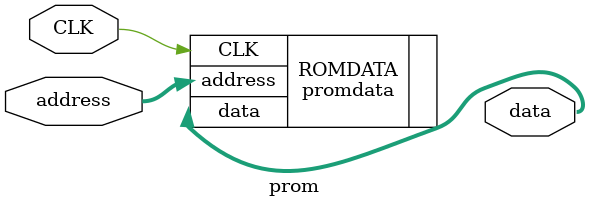
<source format=v>
`include "promdata.v"

module prom(
    input wire CLK,
    input wire [15:0] address,
    output wire [31:0] data
  );

  // This will be a placeholder for actual
  // writable ROM that we'll figure out later
  promdata ROMDATA(
    .CLK(CLK),
    .address(address),
    .data(data)
    );

endmodule

</source>
